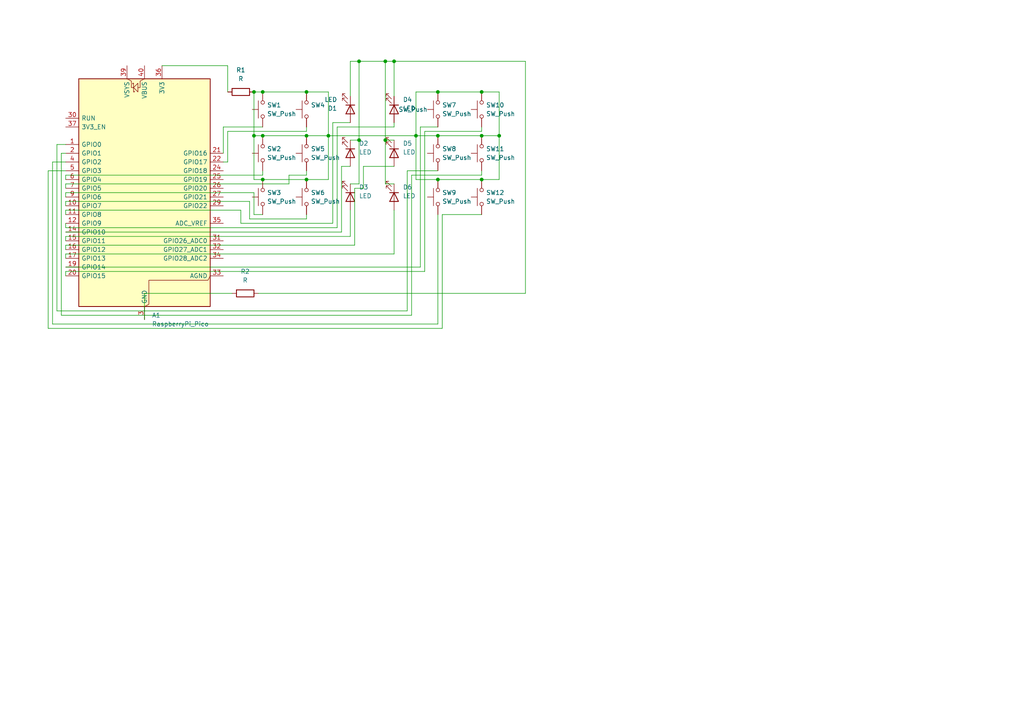
<source format=kicad_sch>
(kicad_sch (version 20250114) (generator "eeschema") (generator_version "9.0")
  (paper "A4")
  (lib_symbols
    (symbol "Device:LED" (pin_numbers (hide yes)) (pin_names (offset 1.016) (hide yes))
      (property "Reference" "D" (at 0 2.54 0))
      (property "Value" "LED" (at 0 -2.54 0))
      (symbol "LED_0_1"
        (polyline (pts (xy -3.048 -0.762) (xy -4.572 -2.286) (xy -3.81 -2.286) (xy -4.572 -2.286) (xy -4.572 -1.524)))
        (polyline (pts (xy -1.778 -0.762) (xy -3.302 -2.286) (xy -2.54 -2.286) (xy -3.302 -2.286) (xy -3.302 -1.524)))
        (polyline (pts (xy -1.27 0) (xy 1.27 0)))
        (polyline (pts (xy -1.27 -1.27) (xy -1.27 1.27)) (stroke (width 0.254)))
        (polyline (pts (xy 1.27 -1.27) (xy 1.27 1.27) (xy -1.27 0) (xy 1.27 -1.27)) (stroke (width 0.254)))
      )
      (symbol "LED_1_1"
        (pin passive line (at -3.81 0 0) (length 2.54) (name "K") (number "1"))
        (pin passive line (at 3.81 0 180) (length 2.54) (name "A") (number "2"))
      )
    )
    (symbol "Device:R" (pin_numbers (hide yes)) (pin_names (offset 0))
      (property "Reference" "R" (at 2.032 0 90))
      (property "Value" "R" (at 0 0 90))
      (symbol "R_0_1"
        (rectangle (start -1.016 -2.54) (end 1.016 2.54) (stroke (width 0.254)))
      )
      (symbol "R_1_1"
        (pin passive line (at 0 3.81 270) (length 1.27) (name "~") (number "1"))
        (pin passive line (at 0 -3.81 90) (length 1.27) (name "~") (number "2"))
      )
    )
    (symbol "MCU_Module:RaspberryPi_Pico" (pin_names (offset 0.762))
      (property "Reference" "A" (at -19.05 35.56 0))
      (property "Value" "RaspberryPi_Pico" (at 7.62 35.56 0))
      (symbol "RaspberryPi_Pico_0_1"
        (rectangle (start -19.05 34.29) (end 19.05 -31.75) (stroke (width 0.254)) (fill (type background)))
        (polyline (pts (xy -5.08 34.29) (xy -3.81 33.655) (xy -3.81 31.75) (xy -3.175 31.75)))
        (polyline (pts (xy -3.429 32.766) (xy -3.429 33.02) (xy -3.175 33.02) (xy -3.175 30.48) (xy -2.921 30.48) (xy -2.921 30.734)))
        (polyline (pts (xy -3.175 31.75) (xy -1.905 33.02) (xy -1.905 30.48) (xy -3.175 31.75)))
        (polyline (pts (xy 0 34.29) (xy -1.27 33.655) (xy -1.27 31.75) (xy -1.905 31.75)))
        (polyline (pts (xy 0 -31.75) (xy 1.27 -31.115) (xy 1.27 -24.13) (xy 18.415 -24.13) (xy 19.05 -22.86)))
      )
      (symbol "RaspberryPi_Pico_1_1"
        (pin passive line (at -22.86 22.86 0) (length 3.81) (name "RUN") (number "30"))
        (pin passive line (at -22.86 20.32 0) (length 3.81) (name "3V3_EN") (number "37"))
        (pin bidirectional line (at -22.86 15.24 0) (length 3.81) (name "GPIO0") (number "1"))
        (pin bidirectional line (at -22.86 12.7 0) (length 3.81) (name "GPIO1") (number "2"))
        (pin bidirectional line (at -22.86 10.16 0) (length 3.81) (name "GPIO2") (number "4"))
        (pin bidirectional line (at -22.86 7.62 0) (length 3.81) (name "GPIO3") (number "5"))
        (pin bidirectional line (at -22.86 5.08 0) (length 3.81) (name "GPIO4") (number "6"))
        (pin bidirectional line (at -22.86 2.54 0) (length 3.81) (name "GPIO5") (number "7"))
        (pin bidirectional line (at -22.86 0 0) (length 3.81) (name "GPIO6") (number "9"))
        (pin bidirectional line (at -22.86 -2.54 0) (length 3.81) (name "GPIO7") (number "10"))
        (pin bidirectional line (at -22.86 -5.08 0) (length 3.81) (name "GPIO8") (number "11"))
        (pin bidirectional line (at -22.86 -7.62 0) (length 3.81) (name "GPIO9") (number "12"))
        (pin bidirectional line (at -22.86 -10.16 0) (length 3.81) (name "GPIO10") (number "14"))
        (pin bidirectional line (at -22.86 -12.7 0) (length 3.81) (name "GPIO11") (number "15"))
        (pin bidirectional line (at -22.86 -15.24 0) (length 3.81) (name "GPIO12") (number "16"))
        (pin bidirectional line (at -22.86 -17.78 0) (length 3.81) (name "GPIO13") (number "17"))
        (pin bidirectional line (at -22.86 -20.32 0) (length 3.81) (name "GPIO14") (number "19"))
        (pin bidirectional line (at -22.86 -22.86 0) (length 3.81) (name "GPIO15") (number "20"))
        (pin power_in line (at -5.08 38.1 270) (length 3.81) (name "VSYS") (number "39"))
        (pin power_out line (at 0 38.1 270) (length 3.81) (name "VBUS") (number "40"))
        (pin passive line (at 0 -35.56 90) (length 3.81) (hide yes) (name "GND") (number "13"))
        (pin passive line (at 0 -35.56 90) (length 3.81) (hide yes) (name "GND") (number "18"))
        (pin passive line (at 0 -35.56 90) (length 3.81) (hide yes) (name "GND") (number "23"))
        (pin passive line (at 0 -35.56 90) (length 3.81) (hide yes) (name "GND") (number "28"))
        (pin power_out line (at 0 -35.56 90) (length 3.81) (name "GND") (number "3"))
        (pin passive line (at 0 -35.56 90) (length 3.81) (hide yes) (name "GND") (number "38"))
        (pin passive line (at 0 -35.56 90) (length 3.81) (hide yes) (name "GND") (number "8"))
        (pin power_out line (at 5.08 38.1 270) (length 3.81) (name "3V3") (number "36"))
        (pin bidirectional line (at 22.86 12.7 180) (length 3.81) (name "GPIO16") (number "21"))
        (pin bidirectional line (at 22.86 10.16 180) (length 3.81) (name "GPIO17") (number "22"))
        (pin bidirectional line (at 22.86 7.62 180) (length 3.81) (name "GPIO18") (number "24"))
        (pin bidirectional line (at 22.86 5.08 180) (length 3.81) (name "GPIO19") (number "25"))
        (pin bidirectional line (at 22.86 2.54 180) (length 3.81) (name "GPIO20") (number "26"))
        (pin bidirectional line (at 22.86 0 180) (length 3.81) (name "GPIO21") (number "27"))
        (pin bidirectional line (at 22.86 -2.54 180) (length 3.81) (name "GPIO22") (number "29"))
        (pin power_in line (at 22.86 -7.62 180) (length 3.81) (name "ADC_VREF") (number "35"))
        (pin bidirectional line (at 22.86 -12.7 180) (length 3.81) (name "GPIO26_ADC0") (number "31"))
        (pin bidirectional line (at 22.86 -15.24 180) (length 3.81) (name "GPIO27_ADC1") (number "32"))
        (pin bidirectional line (at 22.86 -17.78 180) (length 3.81) (name "GPIO28_ADC2") (number "34"))
        (pin power_out line (at 22.86 -22.86 180) (length 3.81) (name "AGND") (number "33"))
      )
    )
    (symbol "Switch:SW_Push" (pin_numbers (hide yes)) (pin_names (offset 1.016) (hide yes))
      (property "Reference" "SW" (at 1.27 2.54 0))
      (property "Value" "SW_Push" (at 0 -1.524 0))
      (symbol "SW_Push_0_1"
        (circle (center -2.032 0) (radius 0.508))
        (polyline (pts (xy 0 1.27) (xy 0 3.048)))
        (circle (center 2.032 0) (radius 0.508))
        (polyline (pts (xy 2.54 1.27) (xy -2.54 1.27)))
        (pin passive line (at -5.08 0 0) (length 2.54) (name "1") (number "1"))
        (pin passive line (at 5.08 0 180) (length 2.54) (name "2") (number "2"))
      )
    )
  )
  (junction (at 127 26.67))
  (junction (at 76.2 52.07))
  (junction (at 144.78 39.37))
  (junction (at 127 52.07))
  (junction (at 127 39.37))
  (junction (at 88.9 39.37))
  (junction (at 114.3 17.78))
  (junction (at 111.76 17.78))
  (junction (at 139.7 26.67))
  (junction (at 104.14 17.78))
  (junction (at 73.66 26.67))
  (junction (at 139.7 52.07))
  (junction (at 76.2 26.67))
  (junction (at 88.9 52.07))
  (junction (at 95.25 39.37))
  (junction (at 120.65 39.37))
  (junction (at 139.7 39.37))
  (junction (at 73.66 39.37))
  (junction (at 104.14 40.64))
  (junction (at 76.2 39.37))
  (junction (at 111.76 40.64))
  (junction (at 88.9 26.67))
  (wire (pts (xy 139.7 52.07) (xy 144.78 52.07)))
  (wire (pts (xy 118.11 90.17) (xy 16.51 90.17)))
  (wire (pts (xy 99.06 48.26) (xy 99.06 67.31)))
  (wire (pts (xy 144.78 39.37) (xy 144.78 52.07)))
  (wire (pts (xy 139.7 50.8) (xy 119.38 50.8)))
  (wire (pts (xy 19.05 60.96) (xy 69.85 60.96)))
  (wire (pts (xy 101.6 40.64) (xy 104.14 40.64)))
  (wire (pts (xy 16.51 90.17) (xy 16.51 41.91)))
  (wire (pts (xy 139.7 26.67) (xy 144.78 26.67)))
  (wire (pts (xy 101.6 35.56) (xy 96.52 35.56)))
  (wire (pts (xy 111.76 40.64) (xy 114.3 40.64)))
  (wire (pts (xy 88.9 49.53) (xy 88.9 50.8)))
  (wire (pts (xy 114.3 53.34) (xy 111.76 53.34)))
  (wire (pts (xy 114.3 60.96) (xy 114.3 73.66)))
  (wire (pts (xy 19.05 68.58) (xy 19.05 69.85)))
  (wire (pts (xy 114.3 48.26) (xy 105.41 48.26)))
  (wire (pts (xy 17.78 91.44) (xy 17.78 44.45)))
  (wire (pts (xy 95.25 26.67) (xy 95.25 39.37)))
  (wire (pts (xy 111.76 17.78) (xy 114.3 17.78)))
  (wire (pts (xy 101.6 48.26) (xy 99.06 48.26)))
  (wire (pts (xy 19.05 73.66) (xy 19.05 74.93)))
  (wire (pts (xy 105.41 48.26) (xy 105.41 54.61)))
  (wire (pts (xy 19.05 71.12) (xy 19.05 72.39)))
  (wire (pts (xy 19.05 55.88) (xy 19.05 57.15)))
  (wire (pts (xy 120.65 39.37) (xy 127 39.37)))
  (wire (pts (xy 104.14 17.78) (xy 111.76 17.78)))
  (wire (pts (xy 95.25 39.37) (xy 120.65 39.37)))
  (wire (pts (xy 105.41 54.61) (xy 102.87 54.61)))
  (wire (pts (xy 114.3 73.66) (xy 19.05 73.66)))
  (wire (pts (xy 83.82 50.8) (xy 83.82 53.34)))
  (wire (pts (xy 67.31 85.09) (xy 41.91 85.09)))
  (wire (pts (xy 69.85 64.77) (xy 96.52 64.77)))
  (wire (pts (xy 120.65 26.67) (xy 120.65 39.37)))
  (wire (pts (xy 101.6 60.96) (xy 101.6 68.58)))
  (wire (pts (xy 88.9 38.1) (xy 66.04 38.1)))
  (wire (pts (xy 139.7 62.23) (xy 128.27 62.23)))
  (wire (pts (xy 74.93 85.09) (xy 152.4 85.09)))
  (wire (pts (xy 83.82 53.34) (xy 19.05 53.34)))
  (wire (pts (xy 119.38 91.44) (xy 17.78 91.44)))
  (wire (pts (xy 144.78 26.67) (xy 144.78 39.37)))
  (wire (pts (xy 99.06 67.31) (xy 19.05 67.31)))
  (wire (pts (xy 72.39 63.5) (xy 72.39 58.42)))
  (wire (pts (xy 76.2 26.67) (xy 88.9 26.67)))
  (wire (pts (xy 111.76 53.34) (xy 111.76 40.64)))
  (wire (pts (xy 111.76 17.78) (xy 111.76 40.64)))
  (wire (pts (xy 139.7 49.53) (xy 139.7 50.8)))
  (wire (pts (xy 19.05 66.04) (xy 19.05 64.77)))
  (wire (pts (xy 72.39 58.42) (xy 19.05 58.42)))
  (wire (pts (xy 101.6 17.78) (xy 104.14 17.78)))
  (wire (pts (xy 127 49.53) (xy 118.11 49.53)))
  (wire (pts (xy 13.97 49.53) (xy 19.05 49.53)))
  (wire (pts (xy 73.66 39.37) (xy 76.2 39.37)))
  (wire (pts (xy 95.25 39.37) (xy 95.25 52.07)))
  (wire (pts (xy 128.27 62.23) (xy 128.27 95.25)))
  (wire (pts (xy 123.19 38.1) (xy 123.19 78.74)))
  (wire (pts (xy 114.3 17.78) (xy 114.3 27.94)))
  (wire (pts (xy 19.05 60.96) (xy 19.05 62.23)))
  (wire (pts (xy 102.87 54.61) (xy 102.87 71.12)))
  (wire (pts (xy 64.77 46.99) (xy 66.04 46.99)))
  (wire (pts (xy 19.05 50.8) (xy 19.05 52.07)))
  (wire (pts (xy 101.6 68.58) (xy 19.05 68.58)))
  (wire (pts (xy 88.9 36.83) (xy 88.9 38.1)))
  (wire (pts (xy 120.65 26.67) (xy 127 26.67)))
  (wire (pts (xy 121.92 36.83) (xy 121.92 77.47)))
  (wire (pts (xy 88.9 26.67) (xy 95.25 26.67)))
  (wire (pts (xy 76.2 52.07) (xy 88.9 52.07)))
  (wire (pts (xy 127 62.23) (xy 127 93.98)))
  (wire (pts (xy 127 39.37) (xy 139.7 39.37)))
  (wire (pts (xy 101.6 53.34) (xy 104.14 53.34)))
  (wire (pts (xy 128.27 95.25) (xy 13.97 95.25)))
  (wire (pts (xy 152.4 85.09) (xy 152.4 17.78)))
  (wire (pts (xy 104.14 53.34) (xy 104.14 40.64)))
  (wire (pts (xy 15.24 46.99) (xy 19.05 46.99)))
  (wire (pts (xy 76.2 36.83) (xy 64.77 36.83)))
  (wire (pts (xy 16.51 41.91) (xy 19.05 41.91)))
  (wire (pts (xy 104.14 17.78) (xy 104.14 40.64)))
  (wire (pts (xy 83.82 50.8) (xy 88.9 50.8)))
  (wire (pts (xy 121.92 77.47) (xy 19.05 77.47)))
  (wire (pts (xy 76.2 62.23) (xy 73.66 62.23)))
  (wire (pts (xy 118.11 49.53) (xy 118.11 90.17)))
  (wire (pts (xy 114.3 36.83) (xy 97.79 36.83)))
  (wire (pts (xy 127 36.83) (xy 121.92 36.83)))
  (wire (pts (xy 13.97 95.25) (xy 13.97 49.53)))
  (wire (pts (xy 88.9 62.23) (xy 88.9 63.5)))
  (wire (pts (xy 119.38 50.8) (xy 119.38 91.44)))
  (wire (pts (xy 64.77 36.83) (xy 64.77 44.45)))
  (wire (pts (xy 19.05 50.8) (xy 76.2 50.8)))
  (wire (pts (xy 73.66 62.23) (xy 73.66 55.88)))
  (wire (pts (xy 66.04 19.05) (xy 66.04 26.67)))
  (wire (pts (xy 120.65 52.07) (xy 127 52.07)))
  (wire (pts (xy 120.65 39.37) (xy 120.65 52.07)))
  (wire (pts (xy 96.52 35.56) (xy 96.52 64.77)))
  (wire (pts (xy 101.6 17.78) (xy 101.6 27.94)))
  (wire (pts (xy 102.87 71.12) (xy 19.05 71.12)))
  (wire (pts (xy 88.9 52.07) (xy 95.25 52.07)))
  (wire (pts (xy 97.79 36.83) (xy 97.79 66.04)))
  (wire (pts (xy 127 26.67) (xy 139.7 26.67)))
  (wire (pts (xy 73.66 39.37) (xy 73.66 52.07)))
  (wire (pts (xy 19.05 78.74) (xy 19.05 80.01)))
  (wire (pts (xy 152.4 17.78) (xy 114.3 17.78)))
  (wire (pts (xy 97.79 66.04) (xy 19.05 66.04)))
  (wire (pts (xy 17.78 44.45) (xy 19.05 44.45)))
  (wire (pts (xy 127 52.07) (xy 139.7 52.07)))
  (wire (pts (xy 73.66 26.67) (xy 76.2 26.67)))
  (wire (pts (xy 76.2 49.53) (xy 76.2 50.8)))
  (wire (pts (xy 73.66 26.67) (xy 73.66 39.37)))
  (wire (pts (xy 88.9 63.5) (xy 72.39 63.5)))
  (wire (pts (xy 114.3 35.56) (xy 114.3 36.83)))
  (wire (pts (xy 66.04 38.1) (xy 66.04 46.99)))
  (wire (pts (xy 19.05 58.42) (xy 19.05 59.69)))
  (wire (pts (xy 19.05 53.34) (xy 19.05 54.61)))
  (wire (pts (xy 127 93.98) (xy 15.24 93.98)))
  (wire (pts (xy 73.66 55.88) (xy 19.05 55.88)))
  (wire (pts (xy 139.7 39.37) (xy 144.78 39.37)))
  (wire (pts (xy 15.24 93.98) (xy 15.24 46.99)))
  (wire (pts (xy 139.7 38.1) (xy 123.19 38.1)))
  (wire (pts (xy 139.7 36.83) (xy 139.7 38.1)))
  (wire (pts (xy 123.19 78.74) (xy 19.05 78.74)))
  (wire (pts (xy 69.85 64.77) (xy 69.85 60.96)))
  (wire (pts (xy 41.91 85.09) (xy 41.91 92.71)))
  (wire (pts (xy 46.99 19.05) (xy 66.04 19.05)))
  (wire (pts (xy 76.2 52.07) (xy 73.66 52.07)))
  (wire (pts (xy 88.9 39.37) (xy 95.25 39.37)))
  (wire (pts (xy 76.2 39.37) (xy 88.9 39.37)))
  (symbol (lib_id "Switch:SW_Push") (at 88.9 44.45 90) (unit 1)
    (property "Reference" "SW5" (at 90.17 43.1799 90) (effects (justify right)))
    (property "Value" "SW_Push" (at 90.17 45.7199 90) (effects (justify right)))
    (property "Footprint" "Button_Switch_THT:SW_PUSH_6mm" (effects (hide yes)))
    (property "Description" "Push button switch, generic, two pins" (effects (hide yes)))
  )
  (symbol (lib_id "Device:LED") (at 114.3 44.45 270) (unit 1)
    (property "Reference" "D5" (at 116.84 41.5924 90) (effects (justify left)))
    (property "Value" "LED" (at 116.84 44.1324 90) (effects (justify left)))
    (property "Footprint" "LED_THT:LED_D5.0mm" (effects (hide yes)))
    (property "Description" "Light emitting diode" (effects (hide yes)))
    (property "Sim.Pins" "1=K 2=A" (effects (hide yes)))
  )
  (symbol (lib_id "MCU_Module:RaspberryPi_Pico") (at 41.91 57.15 0) (unit 1)
    (property "Reference" "A1" (at 44.0533 91.44 0) (effects (justify left)))
    (property "Value" "RaspberryPi_Pico" (at 44.0533 93.98 0) (effects (justify left)))
    (property "Footprint" "Module:RaspberryPi_Pico_Common_Unspecified" (effects (hide yes)))
    (property "Datasheet" "https://datasheets.raspberrypi.com/pico/pico-datasheet.pdf" (effects (hide yes)))
    (property "Description" "Versatile and inexpensive microcontroller module powered by RP2040 dual-core Arm Cortex-M0+ processor up to 133 MHz, 264kB SRAM, 2MB QSPI flash; also supports Raspberry Pi Pico 2" (effects (hide yes)))
  )
  (symbol (lib_id "Switch:SW_Push") (at 127 57.15 90) (unit 1)
    (property "Reference" "SW9" (at 128.27 55.8799 90) (effects (justify right)))
    (property "Value" "SW_Push" (at 128.27 58.4199 90) (effects (justify right)))
    (property "Footprint" "Button_Switch_THT:SW_PUSH_6mm" (effects (hide yes)))
    (property "Description" "Push button switch, generic, two pins" (effects (hide yes)))
  )
  (symbol (lib_id "Switch:SW_Push") (at 139.7 57.15 90) (unit 1)
    (property "Reference" "SW12" (at 140.97 55.8799 90) (effects (justify right)))
    (property "Value" "SW_Push" (at 140.97 58.4199 90) (effects (justify right)))
    (property "Footprint" "Button_Switch_THT:SW_PUSH_6mm" (effects (hide yes)))
    (property "Description" "Push button switch, generic, two pins" (effects (hide yes)))
  )
  (symbol (lib_id "Switch:SW_Push") (at 88.9 31.75 90) (unit 1)
    (property "Reference" "SW4" (at 90.17 30.4799 90) (effects (justify right)))
    (property "Value" "SW_Push" (at 115.57 31.7499 90) (effects (justify right)))
    (property "Footprint" "Button_Switch_THT:SW_PUSH_6mm" (effects (hide yes)))
    (property "Description" "Push button switch, generic, two pins" (effects (hide yes)))
  )
  (symbol (lib_id "Switch:SW_Push") (at 139.7 44.45 90) (unit 1)
    (property "Reference" "SW11" (at 140.97 43.1799 90) (effects (justify right)))
    (property "Value" "SW_Push" (at 140.97 45.7199 90) (effects (justify right)))
    (property "Footprint" "Button_Switch_THT:SW_PUSH_6mm" (effects (hide yes)))
    (property "Description" "Push button switch, generic, two pins" (effects (hide yes)))
  )
  (symbol (lib_id "Device:LED") (at 101.6 31.75 270) (unit 1)
    (property "Reference" "D1" (at 97.79 31.4326 90) (effects (justify right)))
    (property "Value" "LED" (at 97.79 28.8926 90) (effects (justify right)))
    (property "Footprint" "LED_THT:LED_D5.0mm" (effects (hide yes)))
    (property "Description" "Light emitting diode" (effects (hide yes)))
    (property "Sim.Pins" "1=K 2=A" (effects (hide yes)))
  )
  (symbol (lib_id "Switch:SW_Push") (at 76.2 57.15 90) (unit 1)
    (property "Reference" "SW3" (at 77.47 55.8799 90) (effects (justify right)))
    (property "Value" "SW_Push" (at 77.47 58.4199 90) (effects (justify right)))
    (property "Footprint" "Button_Switch_THT:SW_PUSH_6mm" (effects (hide yes)))
    (property "Description" "Push button switch, generic, two pins" (effects (hide yes)))
  )
  (symbol (lib_id "Switch:SW_Push") (at 76.2 44.45 90) (unit 1)
    (property "Reference" "SW2" (at 77.47 43.1799 90) (effects (justify right)))
    (property "Value" "SW_Push" (at 77.47 45.7199 90) (effects (justify right)))
    (property "Footprint" "Button_Switch_THT:SW_PUSH_6mm" (effects (hide yes)))
    (property "Description" "Push button switch, generic, two pins" (effects (hide yes)))
  )
  (symbol (lib_id "Device:LED") (at 101.6 44.45 270) (unit 1)
    (property "Reference" "D2" (at 104.14 41.5924 90) (effects (justify left)))
    (property "Value" "LED" (at 104.14 44.1324 90) (effects (justify left)))
    (property "Footprint" "LED_THT:LED_D5.0mm" (effects (hide yes)))
    (property "Description" "Light emitting diode" (effects (hide yes)))
    (property "Sim.Pins" "1=K 2=A" (effects (hide yes)))
  )
  (symbol (lib_id "Switch:SW_Push") (at 88.9 57.15 90) (unit 1)
    (property "Reference" "SW6" (at 90.17 55.8799 90) (effects (justify right)))
    (property "Value" "SW_Push" (at 90.17 58.4199 90) (effects (justify right)))
    (property "Footprint" "Button_Switch_THT:SW_PUSH_6mm" (effects (hide yes)))
    (property "Description" "Push button switch, generic, two pins" (effects (hide yes)))
  )
  (symbol (lib_id "Device:LED") (at 114.3 57.15 270) (unit 1)
    (property "Reference" "D6" (at 116.84 54.2924 90) (effects (justify left)))
    (property "Value" "LED" (at 116.84 56.8324 90) (effects (justify left)))
    (property "Footprint" "LED_THT:LED_D5.0mm" (effects (hide yes)))
    (property "Description" "Light emitting diode" (effects (hide yes)))
    (property "Sim.Pins" "1=K 2=A" (effects (hide yes)))
  )
  (symbol (lib_id "Device:LED") (at 101.6 57.15 270) (unit 1)
    (property "Reference" "D3" (at 104.14 54.2924 90) (effects (justify left)))
    (property "Value" "LED" (at 104.14 56.8324 90) (effects (justify left)))
    (property "Footprint" "LED_THT:LED_D5.0mm" (effects (hide yes)))
    (property "Description" "Light emitting diode" (effects (hide yes)))
    (property "Sim.Pins" "1=K 2=A" (effects (hide yes)))
  )
  (symbol (lib_id "Switch:SW_Push") (at 139.7 31.75 90) (unit 1)
    (property "Reference" "SW10" (at 140.97 30.4799 90) (effects (justify right)))
    (property "Value" "SW_Push" (at 140.97 33.0199 90) (effects (justify right)))
    (property "Footprint" "Button_Switch_THT:SW_PUSH_6mm" (effects (hide yes)))
    (property "Description" "Push button switch, generic, two pins" (effects (hide yes)))
  )
  (symbol (lib_id "Device:LED") (at 114.3 31.75 270) (unit 1)
    (property "Reference" "D4" (at 116.84 28.8924 90) (effects (justify left)))
    (property "Value" "LED" (at 116.84 31.4324 90) (effects (justify left)))
    (property "Footprint" "LED_THT:LED_D5.0mm" (effects (hide yes)))
    (property "Description" "Light emitting diode" (effects (hide yes)))
    (property "Sim.Pins" "1=K 2=A" (effects (hide yes)))
  )
  (symbol (lib_id "Switch:SW_Push") (at 127 44.45 90) (unit 1)
    (property "Reference" "SW8" (at 128.27 43.1799 90) (effects (justify right)))
    (property "Value" "SW_Push" (at 128.27 45.7199 90) (effects (justify right)))
    (property "Footprint" "Button_Switch_THT:SW_PUSH_6mm" (effects (hide yes)))
    (property "Description" "Push button switch, generic, two pins" (effects (hide yes)))
  )
  (symbol (lib_id "Device:R") (at 71.12 85.09 90) (unit 1)
    (property "Reference" "R2" (at 71.12 78.74 90))
    (property "Value" "R" (at 71.12 81.28 90))
    (property "Footprint" "Resistor_THT:R_Axial_DIN0207_L6.3mm_D2.5mm_P7.62mm_Horizontal" (effects (hide yes)))
    (property "Description" "Resistor" (effects (hide yes)))
  )
  (symbol (lib_id "Switch:SW_Push") (at 127 31.75 90) (unit 1)
    (property "Reference" "SW7" (at 128.27 30.4799 90) (effects (justify right)))
    (property "Value" "SW_Push" (at 128.27 33.0199 90) (effects (justify right)))
    (property "Footprint" "Button_Switch_THT:SW_PUSH_6mm" (effects (hide yes)))
    (property "Description" "Push button switch, generic, two pins" (effects (hide yes)))
  )
  (symbol (lib_id "Switch:SW_Push") (at 76.2 31.75 90) (unit 1)
    (property "Reference" "SW1" (at 77.47 30.4799 90) (effects (justify right)))
    (property "Value" "SW_Push" (at 77.47 33.0199 90) (effects (justify right)))
    (property "Footprint" "Button_Switch_THT:SW_PUSH_6mm" (effects (hide yes)))
    (property "Description" "Push button switch, generic, two pins" (effects (hide yes)))
  )
  (symbol (lib_id "Device:R") (at 69.85 26.67 90) (unit 1)
    (property "Reference" "R1" (at 69.85 20.32 90))
    (property "Value" "R" (at 69.85 22.86 90))
    (property "Footprint" "Resistor_THT:R_Axial_DIN0207_L6.3mm_D2.5mm_P7.62mm_Horizontal" (effects (hide yes)))
    (property "Description" "Resistor" (effects (hide yes)))
  )
)
</source>
